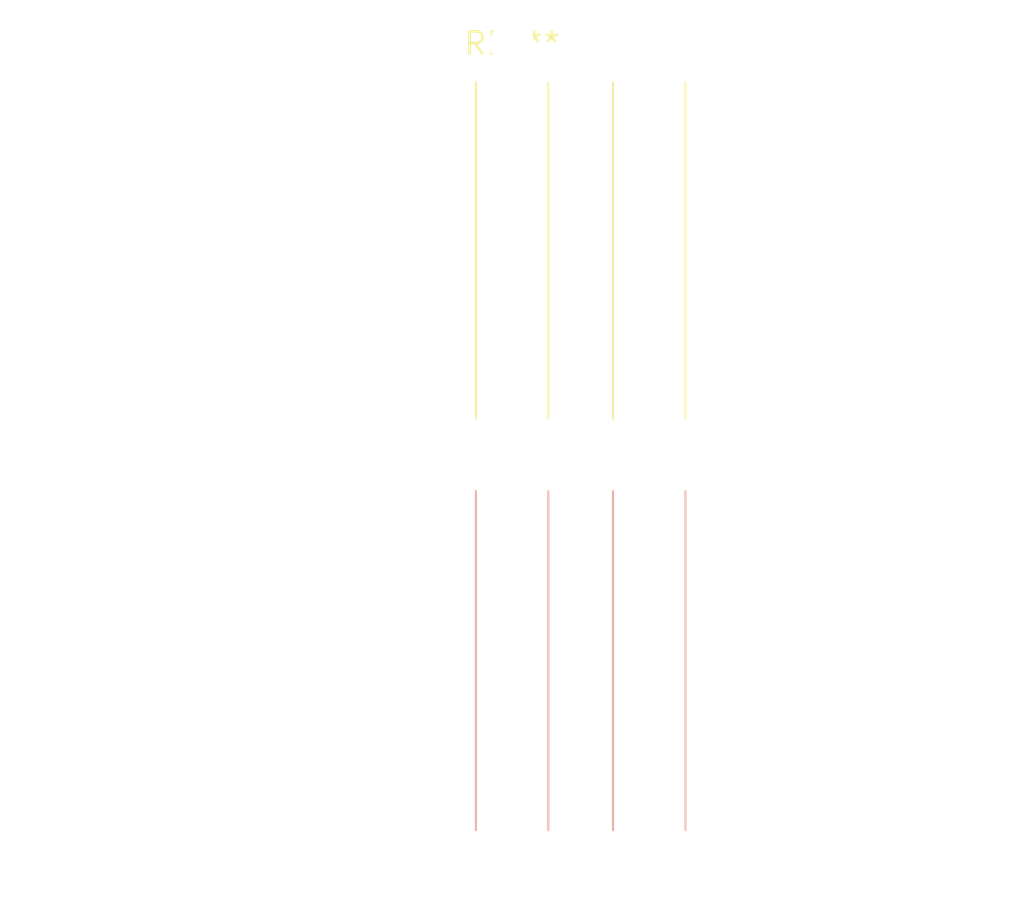
<source format=kicad_pcb>
(kicad_pcb (version 20240108) (generator pcbnew)
  (layers (0 "F.Cu" signal) (31 "B.Cu" signal) (34 "B.Paste" user) (35 "F.Paste" user) (36 "B.SilkS" user "B.Silkscreen") (37 "F.SilkS" user "F.Silkscreen") (38 "B.Mask" user) (39 "F.Mask" user) (44 "Edge.Cuts" user))
  (net 0 "")
  (footprint "SolderWire-2sqmm_1x02_P7.8mm_D2mm_OD3.9mm_Relief2x" (layer "F.Cu") (at 0 0)
    (property "Reference" "REF**")
    (property "Value" "SolderWire-2sqmm_1x02_P7.8mm_D2mm_OD3.9mm_Relief2x")
    (fp_line (start -2.06 25.46) (end -2.06 44.74) (layer "B.SilkS") (stroke (width 0.12)))
    (fp_line (start 2.06 25.46) (end 2.06 44.74) (layer "B.SilkS") (stroke (width 0.12)))
    (fp_line (start 5.74 25.46) (end 5.74 44.74) (layer "B.SilkS") (stroke (width 0.12)))
    (fp_line (start 9.86 25.46) (end 9.86 44.74) (layer "B.SilkS") (stroke (width 0.12)))
    (fp_line (start -2.06 2.21) (end -2.06 21.34) (layer "F.SilkS") (stroke (width 0.12)))
    (fp_line (start 2.06 2.21) (end 2.06 21.34) (layer "F.SilkS") (stroke (width 0.12)))
    (fp_line (start 5.74 2.21) (end 5.74 21.34) (layer "F.SilkS") (stroke (width 0.12)))
    (fp_line (start 9.86 2.21) (end 9.86 21.34) (layer "F.SilkS") (stroke (width 0.12)))
    (pad "" np_thru_hole circle (at 0 23.4) (size 4.4 4.4) (drill 4.4) (layers *.Cu *.Mask))
    (pad "" np_thru_hole circle (at 0 46.8) (size 4.4 4.4) (drill 4.4) (layers *.Cu *.Mask))
    (pad "" np_thru_hole circle (at 7.8 23.4) (size 4.4 4.4) (drill 4.4) (layers *.Cu *.Mask))
    (pad "" np_thru_hole circle (at 7.8 46.8) (size 4.4 4.4) (drill 4.4) (layers *.Cu *.Mask))
    (pad "1" thru_hole roundrect (at 0 0) (size 3.9 3.9) (drill 2.5) (layers *.Cu *.Mask) (remove_unused_layers) (roundrect_rratio 0.064103))
    (pad "2" thru_hole circle (at 7.8 0) (size 3.9 3.9) (drill 2.5) (layers *.Cu *.Mask) (remove_unused_layers))
  )
)
</source>
